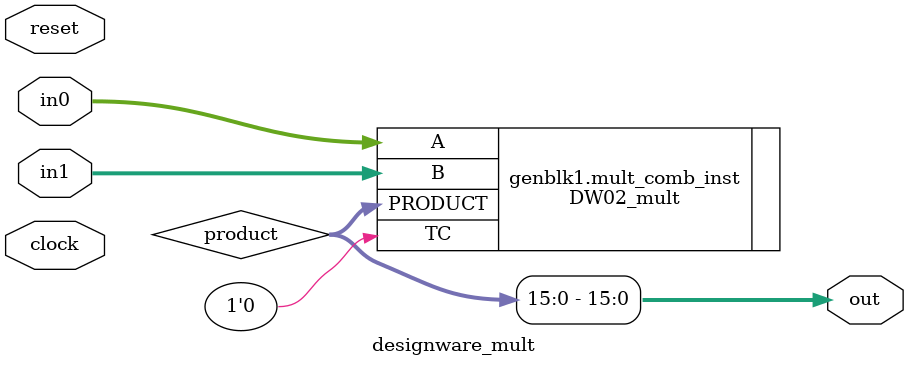
<source format=v>
module designware_mult (clock, reset, in0, in1, out);

parameter IN0_BIT_WIDTH = 16;
parameter IN1_BIT_WIDTH = 16;
parameter OUT_BIT_WIDTH = 16;
parameter FRAC_BIT_WIDTH = 0; //denotes how many bits are in the deicmal part of the number format (used for fixed point computations)
                              //assumes in0, in1, and out all use the same number of bits in the decimal part of the number
parameter SIGNED = 0;         //0 means unsigned, 1 means two's complement signed numbers; if this is not a 0 or 1, strange things could happen
parameter LATENCY = 0;	      //number of pipeline stages is latency + 1

input clock, reset;           //note reset is active low
input [IN0_BIT_WIDTH-1:0] in0;
input [IN1_BIT_WIDTH-1:0] in1;
output [OUT_BIT_WIDTH-1:0] out;

wire [IN0_BIT_WIDTH + IN1_BIT_WIDTH - 1:0] product;

assign out[OUT_BIT_WIDTH - 1:0] = product[OUT_BIT_WIDTH + FRAC_BIT_WIDTH - 1:FRAC_BIT_WIDTH + 0];

generate

  if (LATENCY == 0) begin
    DW02_mult #(
      .A_width(IN0_BIT_WIDTH),
      .B_width(IN1_BIT_WIDTH)
    ) mult_comb_inst (
        .A(in0),
        .B(in1),
        .TC(SIGNED[0]),
        .PRODUCT(product)
    );
  end else begin
    DW_mult_pipe #( //assumes asynchronous reset
      .a_width(IN0_BIT_WIDTH),
      .b_width(IN1_BIT_WIDTH),
      .num_stages(LATENCY + 1),
      .stall_mode(1'b0),
      .rst_mode(1)
    ) mult_pipe_inst (
        .clk(clock),
        .rst_n(!reset),
        .en(1'b1),
        .tc(SIGNED[0]),
        .a(in0),
        .b(in1),
        .product(product)
    );
  end

endgenerate

endmodule

</source>
